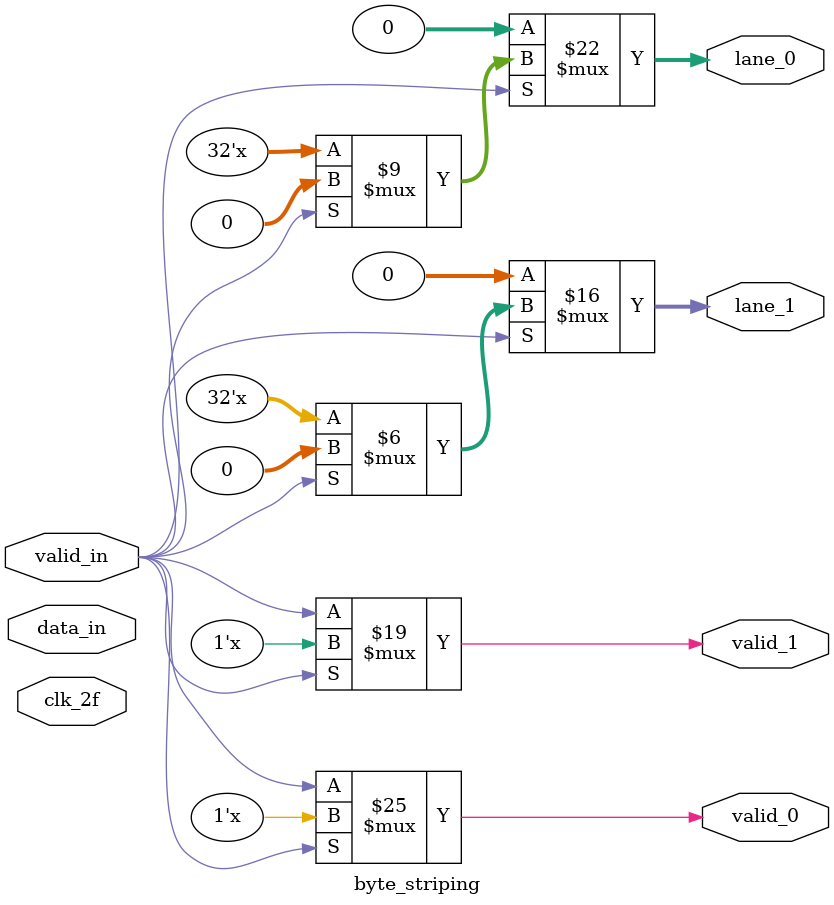
<source format=v>
/* ***********************************************************
                    Universidad de Costa Rica
                 Escuela de Ingenieria Electrica 
                             IE0523 
                    Circuitos Digitales 2

                           byte_striping.v

Autores: Alexa Carmona Buzo <alexa.carmona@ucr.ac.cr>
        Katharina Alfaro Solis <katharina.alfaro@ucr.ac.cr>
        Kevin Chen Wu 
        Raquel Corrales 
Fecha: 04/10/2021

Descripcion:
  Contiene el modulo de bit striping. Recibe senal de clk_2f, data_in, valid_in y 
  separa las senales en dos canales a una frecuencia mas baja. 

*********************************************************** */

module byte_striping (
                      input clk_2f,
                      input valid_in,
                      input [31:0]data_in,
                      output reg valid_0,
                      output reg [31:0] lane_0,
                      output reg valid_1,
                      output reg [31:0] lane_1
                                                );
    

    reg [1:0] counter = 2'b01;
	always @(posedge clk_2f ) begin
		counter <= counter +1;
	end

	always @(counter) begin
		if (valid_in) begin
			case (counter)
	
				2'b00: begin
					lane_0 = data_in;
					valid_0 = valid_in;
				end
				2'b01: begin
					lane_1 = data_in;
					valid_1 = valid_in;
				end
				2'b10: begin
					lane_0 = data_in;
					valid_0 = valid_in;
				end
				2'b11: begin
					lane_1 = data_in;
					valid_1 = valid_in;
				end
			
				default: begin
					lane_0 = 'h00000000; 
					lane_1 = 'h00000000;
				end			
			endcase	
			end
		else begin
			counter = 2'b01;
			lane_0 = 'h00000000;
			lane_1 = 'h00000000;
			valid_0 = valid_in;
			valid_1 = valid_in;
		end
		
	end
endmodule

</source>
